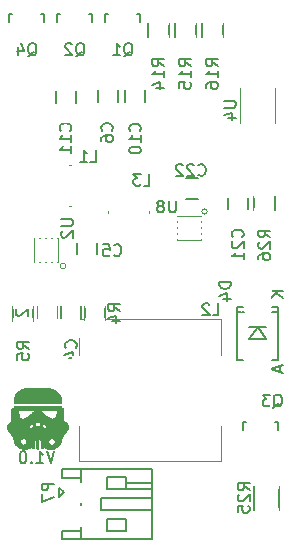
<source format=gbo>
G04 #@! TF.FileFunction,Legend,Bot*
%FSLAX46Y46*%
G04 Gerber Fmt 4.6, Leading zero omitted, Abs format (unit mm)*
G04 Created by KiCad (PCBNEW 4.0.4-stable) date 01/25/17 01:32:59*
%MOMM*%
%LPD*%
G01*
G04 APERTURE LIST*
%ADD10C,0.100000*%
%ADD11C,0.150000*%
%ADD12C,0.010000*%
%ADD13C,0.120000*%
%ADD14R,1.740000X1.040000*%
%ADD15R,0.390000X0.640000*%
%ADD16R,3.300000X5.800000*%
%ADD17R,1.650000X1.900000*%
%ADD18R,1.900000X1.650000*%
%ADD19R,2.100000X4.000000*%
%ADD20R,4.000000X2.100000*%
%ADD21R,2.127200X2.432000*%
%ADD22O,2.127200X2.432000*%
%ADD23R,2.100000X1.600000*%
%ADD24O,2.100000X1.600000*%
%ADD25R,1.200100X1.200100*%
%ADD26R,1.700000X1.900000*%
%ADD27R,2.100000X2.400000*%
%ADD28R,0.600000X1.100000*%
%ADD29R,2.750000X2.180000*%
%ADD30R,1.040000X1.740000*%
%ADD31R,0.640000X0.390000*%
G04 APERTURE END LIST*
D10*
D11*
X82613309Y-74509381D02*
X82279976Y-75509381D01*
X81946642Y-74509381D01*
X81089499Y-75509381D02*
X81660928Y-75509381D01*
X81375214Y-75509381D02*
X81375214Y-74509381D01*
X81470452Y-74652238D01*
X81565690Y-74747476D01*
X81660928Y-74795095D01*
X80660928Y-75414143D02*
X80613309Y-75461762D01*
X80660928Y-75509381D01*
X80708547Y-75461762D01*
X80660928Y-75414143D01*
X80660928Y-75509381D01*
X79994262Y-74509381D02*
X79899023Y-74509381D01*
X79803785Y-74557000D01*
X79756166Y-74604619D01*
X79708547Y-74699857D01*
X79660928Y-74890333D01*
X79660928Y-75128429D01*
X79708547Y-75318905D01*
X79756166Y-75414143D01*
X79803785Y-75461762D01*
X79899023Y-75509381D01*
X79994262Y-75509381D01*
X80089500Y-75461762D01*
X80137119Y-75414143D01*
X80184738Y-75318905D01*
X80232357Y-75128429D01*
X80232357Y-74890333D01*
X80184738Y-74699857D01*
X80137119Y-74604619D01*
X80089500Y-74557000D01*
X79994262Y-74509381D01*
D10*
X80915000Y-58467500D02*
X82915000Y-58467500D01*
X83566000Y-58813700D02*
G75*
G03X83566000Y-58813700I-228600J0D01*
G01*
X80915000Y-56467500D02*
X80915000Y-58467500D01*
X82915000Y-56467500D02*
X80915000Y-56467500D01*
X82915000Y-58467500D02*
X82915000Y-56467500D01*
X84678000Y-66342000D02*
X84678000Y-63342000D01*
X96678000Y-66342000D02*
X96678000Y-63342000D01*
X84678000Y-75342000D02*
X84678000Y-72342000D01*
X96678000Y-75342000D02*
X96678000Y-72342000D01*
X96678000Y-63342000D02*
X84678000Y-63342000D01*
X84678000Y-75342000D02*
X96678000Y-75342000D01*
D11*
X83173200Y-63238000D02*
X83173200Y-62238000D01*
X84873200Y-62238000D02*
X84873200Y-63238000D01*
X84494000Y-57840500D02*
X84494000Y-56840500D01*
X86194000Y-56840500D02*
X86194000Y-57840500D01*
X86272000Y-44950000D02*
X86272000Y-43950000D01*
X87972000Y-43950000D02*
X87972000Y-44950000D01*
X88558000Y-44950000D02*
X88558000Y-43950000D01*
X90258000Y-43950000D02*
X90258000Y-44950000D01*
X82779500Y-45013500D02*
X82779500Y-44013500D01*
X84479500Y-44013500D02*
X84479500Y-45013500D01*
X99021000Y-53030500D02*
X99021000Y-54030500D01*
X97321000Y-54030500D02*
X97321000Y-53030500D01*
X94734000Y-53110500D02*
X93734000Y-53110500D01*
X93734000Y-51410500D02*
X94734000Y-51410500D01*
X99822000Y-64016420D02*
X99120960Y-64966380D01*
X99120960Y-64966380D02*
X100523040Y-64966380D01*
X100523040Y-64966380D02*
X99822000Y-64016420D01*
X99120960Y-64016420D02*
X100523040Y-64016420D01*
X101221540Y-62265560D02*
X101071680Y-62265560D01*
X98422460Y-62265560D02*
X98572320Y-62265560D01*
X101221540Y-62716860D02*
X101020880Y-62716860D01*
X101170740Y-66766440D02*
X101071680Y-66766440D01*
X98473260Y-62716860D02*
X98623120Y-62716860D01*
X98422460Y-66766440D02*
X98572320Y-66766440D01*
X101572060Y-62716860D02*
X101221540Y-62716860D01*
X98071940Y-62716860D02*
X98422460Y-62716860D01*
X101572060Y-66766440D02*
X101221540Y-66766440D01*
X101572060Y-62265560D02*
X101221540Y-62265560D01*
X98071940Y-62265560D02*
X98422460Y-62265560D01*
X98071940Y-66766440D02*
X98422460Y-66766440D01*
X101572060Y-62265560D02*
X101572060Y-66766440D01*
X98071940Y-62265560D02*
X98071940Y-66766440D01*
D10*
X85697000Y-52070000D02*
G75*
G03X85697000Y-52070000I-1750000J0D01*
G01*
X90650000Y-54292500D02*
G75*
G03X90650000Y-54292500I-1750000J0D01*
G01*
D11*
X90832000Y-78478000D02*
X86582000Y-78478000D01*
X86582000Y-78478000D02*
X86582000Y-79478000D01*
X86582000Y-79478000D02*
X90832000Y-79478000D01*
X84832000Y-77078000D02*
X84832000Y-76728000D01*
X84832000Y-76728000D02*
X83232000Y-76728000D01*
X83232000Y-76728000D02*
X83232000Y-76028000D01*
X83232000Y-76028000D02*
X90832000Y-76028000D01*
X90832000Y-76028000D02*
X90832000Y-81928000D01*
X90832000Y-81928000D02*
X83232000Y-81928000D01*
X83232000Y-81928000D02*
X83232000Y-81228000D01*
X83232000Y-81228000D02*
X84832000Y-81228000D01*
X84832000Y-81228000D02*
X84832000Y-80878000D01*
X83382000Y-77978000D02*
X82982000Y-77578000D01*
X82982000Y-77578000D02*
X82982000Y-78378000D01*
X82982000Y-78378000D02*
X83382000Y-77978000D01*
X84832000Y-76028000D02*
X84832000Y-76728000D01*
X84832000Y-81928000D02*
X84832000Y-81228000D01*
X87082000Y-76678000D02*
X88682000Y-76678000D01*
X88682000Y-76678000D02*
X88682000Y-77678000D01*
X88682000Y-77678000D02*
X87082000Y-77678000D01*
X87082000Y-77678000D02*
X87082000Y-76678000D01*
X87082000Y-81278000D02*
X88682000Y-81278000D01*
X88682000Y-81278000D02*
X88682000Y-80278000D01*
X88682000Y-80278000D02*
X87082000Y-80278000D01*
X87082000Y-80278000D02*
X87082000Y-81278000D01*
X88682000Y-77678000D02*
X90832000Y-77678000D01*
X88682000Y-77178000D02*
X90832000Y-77178000D01*
X84832000Y-78878000D02*
X84832000Y-79078000D01*
X87092840Y-37449760D02*
X87141100Y-37449760D01*
X89891820Y-38150800D02*
X89891820Y-37449760D01*
X89891820Y-37449760D02*
X89642900Y-37449760D01*
X87092840Y-37449760D02*
X86892180Y-37449760D01*
X86892180Y-37449760D02*
X86892180Y-38150800D01*
X83028840Y-37449760D02*
X83077100Y-37449760D01*
X85827820Y-38150800D02*
X85827820Y-37449760D01*
X85827820Y-37449760D02*
X85578900Y-37449760D01*
X83028840Y-37449760D02*
X82828180Y-37449760D01*
X82828180Y-37449760D02*
X82828180Y-38150800D01*
X98776840Y-71993760D02*
X98825100Y-71993760D01*
X101575820Y-72694800D02*
X101575820Y-71993760D01*
X101575820Y-71993760D02*
X101326900Y-71993760D01*
X98776840Y-71993760D02*
X98576180Y-71993760D01*
X98576180Y-71993760D02*
X98576180Y-72694800D01*
X78964840Y-37449760D02*
X79013100Y-37449760D01*
X81763820Y-38150800D02*
X81763820Y-37449760D01*
X81763820Y-37449760D02*
X81514900Y-37449760D01*
X78964840Y-37449760D02*
X78764180Y-37449760D01*
X78764180Y-37449760D02*
X78764180Y-38150800D01*
X86930200Y-63367200D02*
X86930200Y-62167200D01*
X85180200Y-62167200D02*
X85180200Y-63367200D01*
X80834200Y-63439600D02*
X80834200Y-62239600D01*
X79084200Y-62239600D02*
X79084200Y-63439600D01*
X90565000Y-38262000D02*
X90565000Y-39462000D01*
X92315000Y-39462000D02*
X92315000Y-38262000D01*
X92851000Y-38262000D02*
X92851000Y-39462000D01*
X94601000Y-39462000D02*
X94601000Y-38262000D01*
X95137000Y-38262000D02*
X95137000Y-39462000D01*
X96887000Y-39462000D02*
X96887000Y-38262000D01*
X99509000Y-77486000D02*
X99509000Y-79486000D01*
X101659000Y-79486000D02*
X101659000Y-77486000D01*
X99518500Y-52867000D02*
X99518500Y-54067000D01*
X101268500Y-54067000D02*
X101268500Y-52867000D01*
D10*
X98322000Y-43712000D02*
X98322000Y-46712000D01*
X98322000Y-46712000D02*
X101322000Y-46712000D01*
X101322000Y-46712000D02*
X101322000Y-43712000D01*
X101322000Y-43712000D02*
X98322000Y-43712000D01*
D12*
G36*
X79151480Y-70727541D02*
X79151481Y-70817682D01*
X79113380Y-70823936D01*
X79056936Y-70842742D01*
X79011738Y-70878120D01*
X78986790Y-70913861D01*
X78981427Y-70924222D01*
X78976947Y-70934680D01*
X78973257Y-70947089D01*
X78970267Y-70963299D01*
X78967884Y-70985164D01*
X78966015Y-71014533D01*
X78964570Y-71053260D01*
X78963455Y-71103197D01*
X78962578Y-71166194D01*
X78961849Y-71244105D01*
X78961174Y-71338780D01*
X78960522Y-71442228D01*
X78957523Y-71927017D01*
X78896661Y-71959456D01*
X78814334Y-72014217D01*
X78741219Y-72084361D01*
X78680575Y-72165950D01*
X78635663Y-72255042D01*
X78623540Y-72289586D01*
X78605707Y-72358612D01*
X78596401Y-72425243D01*
X78596295Y-72491168D01*
X78606061Y-72558079D01*
X78626371Y-72627665D01*
X78657899Y-72701617D01*
X78701317Y-72781625D01*
X78757297Y-72869378D01*
X78826511Y-72966569D01*
X78909634Y-73074885D01*
X78962170Y-73140615D01*
X79005270Y-73194467D01*
X79044737Y-73244818D01*
X79078502Y-73288944D01*
X79104497Y-73324124D01*
X79120652Y-73347634D01*
X79124304Y-73353975D01*
X79131614Y-73377149D01*
X79139365Y-73414806D01*
X79146492Y-73461165D01*
X79150715Y-73497440D01*
X79156972Y-73550857D01*
X79164764Y-73604068D01*
X79172900Y-73649412D01*
X79177580Y-73670160D01*
X79197612Y-73730862D01*
X79227522Y-73800227D01*
X79263858Y-73871579D01*
X79303174Y-73938240D01*
X79342019Y-73993532D01*
X79349131Y-74002284D01*
X79435203Y-74089735D01*
X79534087Y-74163283D01*
X79643464Y-74222587D01*
X79761015Y-74267305D01*
X79884419Y-74297096D01*
X80011357Y-74311619D01*
X80139509Y-74310533D01*
X80266556Y-74293495D01*
X80390177Y-74260165D01*
X80508054Y-74210201D01*
X80561180Y-74180652D01*
X80614520Y-74148466D01*
X80614577Y-73858513D01*
X80614966Y-73775377D01*
X80616045Y-73700130D01*
X80616824Y-73670160D01*
X80243329Y-73670160D01*
X80238995Y-73732724D01*
X80224367Y-73784789D01*
X80197000Y-73830844D01*
X80154453Y-73875378D01*
X80113574Y-73908624D01*
X80072429Y-73929273D01*
X80019356Y-73940982D01*
X79960873Y-73943337D01*
X79903497Y-73935922D01*
X79866669Y-73924358D01*
X79823257Y-73898455D01*
X79779845Y-73859523D01*
X79742610Y-73813891D01*
X79720381Y-73774448D01*
X79702166Y-73707540D01*
X79702331Y-73638371D01*
X79719943Y-73571001D01*
X79754067Y-73509488D01*
X79790598Y-73469037D01*
X79842773Y-73429907D01*
X79896873Y-73407455D01*
X79959816Y-73399038D01*
X79974440Y-73398806D01*
X80040051Y-73404672D01*
X80095400Y-73424031D01*
X80147406Y-73459527D01*
X80158283Y-73469037D01*
X80199635Y-73512606D01*
X80225905Y-73557431D01*
X80239622Y-73609492D01*
X80243329Y-73670160D01*
X80616824Y-73670160D01*
X80617730Y-73635336D01*
X80619940Y-73583559D01*
X80622592Y-73547362D01*
X80625128Y-73530775D01*
X80649973Y-73476387D01*
X80689342Y-73434839D01*
X80740602Y-73408077D01*
X80801124Y-73398044D01*
X80804630Y-73398017D01*
X80859738Y-73406733D01*
X80908315Y-73430973D01*
X80945487Y-73467872D01*
X80957103Y-73487649D01*
X80972196Y-73514126D01*
X80982775Y-73520791D01*
X80988838Y-73507644D01*
X80990440Y-73481195D01*
X80999431Y-73424715D01*
X81024128Y-73376903D01*
X81061120Y-73339577D01*
X81106996Y-73314553D01*
X81158344Y-73303649D01*
X81211754Y-73308679D01*
X81263813Y-73331462D01*
X81267302Y-73333758D01*
X81311868Y-73375625D01*
X81341523Y-73429556D01*
X81352244Y-73473276D01*
X81358822Y-73522864D01*
X81384574Y-73483148D01*
X81424329Y-73438302D01*
X81472829Y-73409426D01*
X81526286Y-73397146D01*
X81580915Y-73402090D01*
X81632928Y-73424886D01*
X81651824Y-73438866D01*
X81670495Y-73455458D01*
X81685502Y-73472069D01*
X81697246Y-73491050D01*
X81706127Y-73514751D01*
X81712547Y-73545521D01*
X81716907Y-73585711D01*
X81719606Y-73637670D01*
X81721047Y-73703748D01*
X81721630Y-73786295D01*
X81721737Y-73848688D01*
X81721960Y-74149136D01*
X81795620Y-74190696D01*
X81920116Y-74249404D01*
X82051641Y-74289337D01*
X82188900Y-74310253D01*
X82330595Y-74311914D01*
X82410304Y-74304487D01*
X82543936Y-74277815D01*
X82669273Y-74234171D01*
X82784732Y-74174574D01*
X82888733Y-74100045D01*
X82979695Y-74011605D01*
X83056037Y-73910275D01*
X83078216Y-73873360D01*
X83115008Y-73796350D01*
X83146989Y-73706583D01*
X83147865Y-73703277D01*
X82634298Y-73703277D01*
X82627137Y-73749966D01*
X82626228Y-73752975D01*
X82595651Y-73818509D01*
X82551039Y-73871740D01*
X82495448Y-73911353D01*
X82431934Y-73936035D01*
X82363553Y-73944473D01*
X82293362Y-73935352D01*
X82243802Y-73917355D01*
X82190384Y-73881857D01*
X82144966Y-73831763D01*
X82110810Y-73772236D01*
X82091175Y-73708440D01*
X82087720Y-73670160D01*
X82096027Y-73611143D01*
X82118728Y-73550661D01*
X82152495Y-73497188D01*
X82158411Y-73490179D01*
X82211887Y-73443367D01*
X82272902Y-73413107D01*
X82338178Y-73398970D01*
X82404440Y-73400530D01*
X82468413Y-73417359D01*
X82526819Y-73449031D01*
X82576384Y-73495117D01*
X82611041Y-73549221D01*
X82625564Y-73593701D01*
X82633545Y-73648121D01*
X82634298Y-73703277D01*
X83147865Y-73703277D01*
X83172267Y-73611221D01*
X83188952Y-73517424D01*
X83195156Y-73432354D01*
X83195161Y-73430260D01*
X83196690Y-73407437D01*
X83202244Y-73384420D01*
X83213269Y-73358879D01*
X83231211Y-73328484D01*
X83257517Y-73290905D01*
X83293633Y-73243812D01*
X83341007Y-73184875D01*
X83367918Y-73152000D01*
X83462786Y-73033262D01*
X83542563Y-72926022D01*
X83607951Y-72828986D01*
X83659649Y-72740860D01*
X83698358Y-72660351D01*
X83713567Y-72617643D01*
X82454164Y-72617643D01*
X82452292Y-72630552D01*
X82442915Y-72644488D01*
X82434400Y-72650123D01*
X82417807Y-72654189D01*
X82390395Y-72656906D01*
X82349426Y-72658494D01*
X82292159Y-72659172D01*
X82259196Y-72659240D01*
X82087720Y-72659240D01*
X82087720Y-72567800D01*
X82088503Y-72527638D01*
X82090598Y-72496631D01*
X82093630Y-72479261D01*
X82095340Y-72477087D01*
X82107000Y-72480397D01*
X82134694Y-72489141D01*
X82175195Y-72502273D01*
X82225279Y-72518750D01*
X82275680Y-72535507D01*
X82342765Y-72558412D01*
X82392253Y-72576839D01*
X82426047Y-72592027D01*
X82446050Y-72605215D01*
X82454164Y-72617643D01*
X83713567Y-72617643D01*
X83724777Y-72586167D01*
X83739607Y-72517015D01*
X83742811Y-72469996D01*
X81904840Y-72469996D01*
X81904840Y-72598552D01*
X81871820Y-72584218D01*
X81851458Y-72574951D01*
X81816784Y-72558719D01*
X81771777Y-72537404D01*
X81720419Y-72512886D01*
X81688940Y-72497772D01*
X81539080Y-72425661D01*
X81539080Y-72268130D01*
X81539478Y-72205146D01*
X81540797Y-72160184D01*
X81543223Y-72130962D01*
X81546945Y-72115196D01*
X81551993Y-72110600D01*
X81571820Y-72116570D01*
X81604867Y-72133283D01*
X81648367Y-72158944D01*
X81699549Y-72191757D01*
X81755644Y-72229928D01*
X81813884Y-72271659D01*
X81871499Y-72315156D01*
X81890619Y-72330160D01*
X81896930Y-72340382D01*
X81901196Y-72361180D01*
X81903709Y-72395429D01*
X81904762Y-72446007D01*
X81904840Y-72469996D01*
X83742811Y-72469996D01*
X83743624Y-72458079D01*
X83737694Y-72389964D01*
X83721854Y-72314755D01*
X83698344Y-72241647D01*
X83681208Y-72202040D01*
X83647378Y-72146864D01*
X83600133Y-72088876D01*
X83561303Y-72050027D01*
X81356200Y-72050027D01*
X81356200Y-72364840D01*
X81313020Y-72357100D01*
X81283146Y-72353612D01*
X81240427Y-72350941D01*
X81192335Y-72349499D01*
X81173320Y-72349360D01*
X81125170Y-72350195D01*
X81079412Y-72352426D01*
X81043518Y-72355637D01*
X81033620Y-72357100D01*
X80990440Y-72364840D01*
X80990440Y-72270620D01*
X80796906Y-72270620D01*
X80796412Y-72430640D01*
X80621646Y-72514434D01*
X80566741Y-72540577D01*
X80518101Y-72563392D01*
X80478691Y-72581516D01*
X80451477Y-72593587D01*
X80439424Y-72598240D01*
X80439260Y-72598254D01*
X80436369Y-72588747D01*
X80434344Y-72566712D01*
X80248760Y-72566712D01*
X80248760Y-72659240D01*
X80077285Y-72659240D01*
X80011503Y-72658909D01*
X79963293Y-72657772D01*
X79929916Y-72655608D01*
X79908630Y-72652197D01*
X79896697Y-72647319D01*
X79893565Y-72644487D01*
X79886339Y-72623412D01*
X79887889Y-72609044D01*
X79894304Y-72599881D01*
X79909412Y-72589931D01*
X79935689Y-72578139D01*
X79975610Y-72563446D01*
X80031653Y-72544797D01*
X80058908Y-72536066D01*
X80114067Y-72518486D01*
X80162890Y-72502844D01*
X80201897Y-72490262D01*
X80227609Y-72481860D01*
X80236060Y-72478983D01*
X80242371Y-72481823D01*
X80246338Y-72497804D01*
X80248334Y-72529492D01*
X80248760Y-72566712D01*
X80434344Y-72566712D01*
X80433982Y-72562775D01*
X80432330Y-72524189D01*
X80431647Y-72476842D01*
X80431640Y-72471717D01*
X80431640Y-72345155D01*
X80500220Y-72290447D01*
X80538781Y-72260395D01*
X80577992Y-72230987D01*
X80610304Y-72207867D01*
X80614520Y-72205000D01*
X80641058Y-72188403D01*
X80675223Y-72168710D01*
X80712150Y-72148510D01*
X80746972Y-72130391D01*
X80774823Y-72116940D01*
X80790839Y-72110745D01*
X80792031Y-72110600D01*
X80793828Y-72120188D01*
X80795306Y-72146668D01*
X80796361Y-72186612D01*
X80796888Y-72236594D01*
X80796906Y-72270620D01*
X80990440Y-72270620D01*
X80990440Y-72206921D01*
X80990654Y-72146456D01*
X80991515Y-72103248D01*
X80993352Y-72074238D01*
X80996494Y-72056364D01*
X81001271Y-72046567D01*
X81008013Y-72041787D01*
X81008220Y-72041701D01*
X81026117Y-72038631D01*
X81059582Y-72036427D01*
X81103882Y-72035082D01*
X81154286Y-72034586D01*
X81206060Y-72034933D01*
X81254471Y-72036116D01*
X81294787Y-72038126D01*
X81322275Y-72040956D01*
X81328260Y-72042213D01*
X81356200Y-72050027D01*
X83561303Y-72050027D01*
X83544680Y-72033396D01*
X83486224Y-71985743D01*
X83441661Y-71957302D01*
X83378282Y-71922640D01*
X83378104Y-71455280D01*
X83377789Y-71323060D01*
X83376953Y-71210298D01*
X83375599Y-71117148D01*
X83373732Y-71043764D01*
X83371926Y-71003160D01*
X82822349Y-71003160D01*
X82815883Y-71117460D01*
X82804890Y-71228909D01*
X82785375Y-71334662D01*
X82758267Y-71432456D01*
X82724492Y-71520031D01*
X82684977Y-71595125D01*
X82640649Y-71655477D01*
X82592437Y-71698825D01*
X82572611Y-71710722D01*
X82512485Y-71730927D01*
X82441726Y-71735783D01*
X82363003Y-71725304D01*
X82306160Y-71709383D01*
X82230000Y-71678129D01*
X82142556Y-71632308D01*
X82045423Y-71573069D01*
X81940196Y-71501562D01*
X81828471Y-71418937D01*
X81711843Y-71326345D01*
X81591907Y-71224935D01*
X81470258Y-71115856D01*
X81427320Y-71075844D01*
X81351120Y-71004122D01*
X82086735Y-71003641D01*
X82822349Y-71003160D01*
X80983823Y-71003160D01*
X80959192Y-71029938D01*
X80924368Y-71065273D01*
X80876370Y-71110356D01*
X80818199Y-71162639D01*
X80752857Y-71219573D01*
X80683347Y-71278611D01*
X80612670Y-71337204D01*
X80543829Y-71392802D01*
X80479826Y-71442859D01*
X80423662Y-71484825D01*
X80421480Y-71486401D01*
X80299625Y-71569701D01*
X80188502Y-71636045D01*
X80087796Y-71685528D01*
X79997194Y-71718250D01*
X79916380Y-71734308D01*
X79845039Y-71733799D01*
X79782858Y-71716821D01*
X79745971Y-71696146D01*
X79693011Y-71647832D01*
X79645637Y-71581689D01*
X79604573Y-71499619D01*
X79570542Y-71403524D01*
X79544269Y-71295304D01*
X79526477Y-71176861D01*
X79520261Y-71103131D01*
X79514171Y-71003160D01*
X80983823Y-71003160D01*
X82822349Y-71003160D01*
X83371926Y-71003160D01*
X83371354Y-70990301D01*
X83368469Y-70956914D01*
X83366700Y-70947280D01*
X83346090Y-70904193D01*
X83312243Y-70865692D01*
X83271051Y-70837283D01*
X83236422Y-70825464D01*
X83195160Y-70818493D01*
X83195160Y-70637400D01*
X79151480Y-70637400D01*
X79151480Y-70727541D01*
X79151480Y-70727541D01*
G37*
X79151480Y-70727541D02*
X79151481Y-70817682D01*
X79113380Y-70823936D01*
X79056936Y-70842742D01*
X79011738Y-70878120D01*
X78986790Y-70913861D01*
X78981427Y-70924222D01*
X78976947Y-70934680D01*
X78973257Y-70947089D01*
X78970267Y-70963299D01*
X78967884Y-70985164D01*
X78966015Y-71014533D01*
X78964570Y-71053260D01*
X78963455Y-71103197D01*
X78962578Y-71166194D01*
X78961849Y-71244105D01*
X78961174Y-71338780D01*
X78960522Y-71442228D01*
X78957523Y-71927017D01*
X78896661Y-71959456D01*
X78814334Y-72014217D01*
X78741219Y-72084361D01*
X78680575Y-72165950D01*
X78635663Y-72255042D01*
X78623540Y-72289586D01*
X78605707Y-72358612D01*
X78596401Y-72425243D01*
X78596295Y-72491168D01*
X78606061Y-72558079D01*
X78626371Y-72627665D01*
X78657899Y-72701617D01*
X78701317Y-72781625D01*
X78757297Y-72869378D01*
X78826511Y-72966569D01*
X78909634Y-73074885D01*
X78962170Y-73140615D01*
X79005270Y-73194467D01*
X79044737Y-73244818D01*
X79078502Y-73288944D01*
X79104497Y-73324124D01*
X79120652Y-73347634D01*
X79124304Y-73353975D01*
X79131614Y-73377149D01*
X79139365Y-73414806D01*
X79146492Y-73461165D01*
X79150715Y-73497440D01*
X79156972Y-73550857D01*
X79164764Y-73604068D01*
X79172900Y-73649412D01*
X79177580Y-73670160D01*
X79197612Y-73730862D01*
X79227522Y-73800227D01*
X79263858Y-73871579D01*
X79303174Y-73938240D01*
X79342019Y-73993532D01*
X79349131Y-74002284D01*
X79435203Y-74089735D01*
X79534087Y-74163283D01*
X79643464Y-74222587D01*
X79761015Y-74267305D01*
X79884419Y-74297096D01*
X80011357Y-74311619D01*
X80139509Y-74310533D01*
X80266556Y-74293495D01*
X80390177Y-74260165D01*
X80508054Y-74210201D01*
X80561180Y-74180652D01*
X80614520Y-74148466D01*
X80614577Y-73858513D01*
X80614966Y-73775377D01*
X80616045Y-73700130D01*
X80616824Y-73670160D01*
X80243329Y-73670160D01*
X80238995Y-73732724D01*
X80224367Y-73784789D01*
X80197000Y-73830844D01*
X80154453Y-73875378D01*
X80113574Y-73908624D01*
X80072429Y-73929273D01*
X80019356Y-73940982D01*
X79960873Y-73943337D01*
X79903497Y-73935922D01*
X79866669Y-73924358D01*
X79823257Y-73898455D01*
X79779845Y-73859523D01*
X79742610Y-73813891D01*
X79720381Y-73774448D01*
X79702166Y-73707540D01*
X79702331Y-73638371D01*
X79719943Y-73571001D01*
X79754067Y-73509488D01*
X79790598Y-73469037D01*
X79842773Y-73429907D01*
X79896873Y-73407455D01*
X79959816Y-73399038D01*
X79974440Y-73398806D01*
X80040051Y-73404672D01*
X80095400Y-73424031D01*
X80147406Y-73459527D01*
X80158283Y-73469037D01*
X80199635Y-73512606D01*
X80225905Y-73557431D01*
X80239622Y-73609492D01*
X80243329Y-73670160D01*
X80616824Y-73670160D01*
X80617730Y-73635336D01*
X80619940Y-73583559D01*
X80622592Y-73547362D01*
X80625128Y-73530775D01*
X80649973Y-73476387D01*
X80689342Y-73434839D01*
X80740602Y-73408077D01*
X80801124Y-73398044D01*
X80804630Y-73398017D01*
X80859738Y-73406733D01*
X80908315Y-73430973D01*
X80945487Y-73467872D01*
X80957103Y-73487649D01*
X80972196Y-73514126D01*
X80982775Y-73520791D01*
X80988838Y-73507644D01*
X80990440Y-73481195D01*
X80999431Y-73424715D01*
X81024128Y-73376903D01*
X81061120Y-73339577D01*
X81106996Y-73314553D01*
X81158344Y-73303649D01*
X81211754Y-73308679D01*
X81263813Y-73331462D01*
X81267302Y-73333758D01*
X81311868Y-73375625D01*
X81341523Y-73429556D01*
X81352244Y-73473276D01*
X81358822Y-73522864D01*
X81384574Y-73483148D01*
X81424329Y-73438302D01*
X81472829Y-73409426D01*
X81526286Y-73397146D01*
X81580915Y-73402090D01*
X81632928Y-73424886D01*
X81651824Y-73438866D01*
X81670495Y-73455458D01*
X81685502Y-73472069D01*
X81697246Y-73491050D01*
X81706127Y-73514751D01*
X81712547Y-73545521D01*
X81716907Y-73585711D01*
X81719606Y-73637670D01*
X81721047Y-73703748D01*
X81721630Y-73786295D01*
X81721737Y-73848688D01*
X81721960Y-74149136D01*
X81795620Y-74190696D01*
X81920116Y-74249404D01*
X82051641Y-74289337D01*
X82188900Y-74310253D01*
X82330595Y-74311914D01*
X82410304Y-74304487D01*
X82543936Y-74277815D01*
X82669273Y-74234171D01*
X82784732Y-74174574D01*
X82888733Y-74100045D01*
X82979695Y-74011605D01*
X83056037Y-73910275D01*
X83078216Y-73873360D01*
X83115008Y-73796350D01*
X83146989Y-73706583D01*
X83147865Y-73703277D01*
X82634298Y-73703277D01*
X82627137Y-73749966D01*
X82626228Y-73752975D01*
X82595651Y-73818509D01*
X82551039Y-73871740D01*
X82495448Y-73911353D01*
X82431934Y-73936035D01*
X82363553Y-73944473D01*
X82293362Y-73935352D01*
X82243802Y-73917355D01*
X82190384Y-73881857D01*
X82144966Y-73831763D01*
X82110810Y-73772236D01*
X82091175Y-73708440D01*
X82087720Y-73670160D01*
X82096027Y-73611143D01*
X82118728Y-73550661D01*
X82152495Y-73497188D01*
X82158411Y-73490179D01*
X82211887Y-73443367D01*
X82272902Y-73413107D01*
X82338178Y-73398970D01*
X82404440Y-73400530D01*
X82468413Y-73417359D01*
X82526819Y-73449031D01*
X82576384Y-73495117D01*
X82611041Y-73549221D01*
X82625564Y-73593701D01*
X82633545Y-73648121D01*
X82634298Y-73703277D01*
X83147865Y-73703277D01*
X83172267Y-73611221D01*
X83188952Y-73517424D01*
X83195156Y-73432354D01*
X83195161Y-73430260D01*
X83196690Y-73407437D01*
X83202244Y-73384420D01*
X83213269Y-73358879D01*
X83231211Y-73328484D01*
X83257517Y-73290905D01*
X83293633Y-73243812D01*
X83341007Y-73184875D01*
X83367918Y-73152000D01*
X83462786Y-73033262D01*
X83542563Y-72926022D01*
X83607951Y-72828986D01*
X83659649Y-72740860D01*
X83698358Y-72660351D01*
X83713567Y-72617643D01*
X82454164Y-72617643D01*
X82452292Y-72630552D01*
X82442915Y-72644488D01*
X82434400Y-72650123D01*
X82417807Y-72654189D01*
X82390395Y-72656906D01*
X82349426Y-72658494D01*
X82292159Y-72659172D01*
X82259196Y-72659240D01*
X82087720Y-72659240D01*
X82087720Y-72567800D01*
X82088503Y-72527638D01*
X82090598Y-72496631D01*
X82093630Y-72479261D01*
X82095340Y-72477087D01*
X82107000Y-72480397D01*
X82134694Y-72489141D01*
X82175195Y-72502273D01*
X82225279Y-72518750D01*
X82275680Y-72535507D01*
X82342765Y-72558412D01*
X82392253Y-72576839D01*
X82426047Y-72592027D01*
X82446050Y-72605215D01*
X82454164Y-72617643D01*
X83713567Y-72617643D01*
X83724777Y-72586167D01*
X83739607Y-72517015D01*
X83742811Y-72469996D01*
X81904840Y-72469996D01*
X81904840Y-72598552D01*
X81871820Y-72584218D01*
X81851458Y-72574951D01*
X81816784Y-72558719D01*
X81771777Y-72537404D01*
X81720419Y-72512886D01*
X81688940Y-72497772D01*
X81539080Y-72425661D01*
X81539080Y-72268130D01*
X81539478Y-72205146D01*
X81540797Y-72160184D01*
X81543223Y-72130962D01*
X81546945Y-72115196D01*
X81551993Y-72110600D01*
X81571820Y-72116570D01*
X81604867Y-72133283D01*
X81648367Y-72158944D01*
X81699549Y-72191757D01*
X81755644Y-72229928D01*
X81813884Y-72271659D01*
X81871499Y-72315156D01*
X81890619Y-72330160D01*
X81896930Y-72340382D01*
X81901196Y-72361180D01*
X81903709Y-72395429D01*
X81904762Y-72446007D01*
X81904840Y-72469996D01*
X83742811Y-72469996D01*
X83743624Y-72458079D01*
X83737694Y-72389964D01*
X83721854Y-72314755D01*
X83698344Y-72241647D01*
X83681208Y-72202040D01*
X83647378Y-72146864D01*
X83600133Y-72088876D01*
X83561303Y-72050027D01*
X81356200Y-72050027D01*
X81356200Y-72364840D01*
X81313020Y-72357100D01*
X81283146Y-72353612D01*
X81240427Y-72350941D01*
X81192335Y-72349499D01*
X81173320Y-72349360D01*
X81125170Y-72350195D01*
X81079412Y-72352426D01*
X81043518Y-72355637D01*
X81033620Y-72357100D01*
X80990440Y-72364840D01*
X80990440Y-72270620D01*
X80796906Y-72270620D01*
X80796412Y-72430640D01*
X80621646Y-72514434D01*
X80566741Y-72540577D01*
X80518101Y-72563392D01*
X80478691Y-72581516D01*
X80451477Y-72593587D01*
X80439424Y-72598240D01*
X80439260Y-72598254D01*
X80436369Y-72588747D01*
X80434344Y-72566712D01*
X80248760Y-72566712D01*
X80248760Y-72659240D01*
X80077285Y-72659240D01*
X80011503Y-72658909D01*
X79963293Y-72657772D01*
X79929916Y-72655608D01*
X79908630Y-72652197D01*
X79896697Y-72647319D01*
X79893565Y-72644487D01*
X79886339Y-72623412D01*
X79887889Y-72609044D01*
X79894304Y-72599881D01*
X79909412Y-72589931D01*
X79935689Y-72578139D01*
X79975610Y-72563446D01*
X80031653Y-72544797D01*
X80058908Y-72536066D01*
X80114067Y-72518486D01*
X80162890Y-72502844D01*
X80201897Y-72490262D01*
X80227609Y-72481860D01*
X80236060Y-72478983D01*
X80242371Y-72481823D01*
X80246338Y-72497804D01*
X80248334Y-72529492D01*
X80248760Y-72566712D01*
X80434344Y-72566712D01*
X80433982Y-72562775D01*
X80432330Y-72524189D01*
X80431647Y-72476842D01*
X80431640Y-72471717D01*
X80431640Y-72345155D01*
X80500220Y-72290447D01*
X80538781Y-72260395D01*
X80577992Y-72230987D01*
X80610304Y-72207867D01*
X80614520Y-72205000D01*
X80641058Y-72188403D01*
X80675223Y-72168710D01*
X80712150Y-72148510D01*
X80746972Y-72130391D01*
X80774823Y-72116940D01*
X80790839Y-72110745D01*
X80792031Y-72110600D01*
X80793828Y-72120188D01*
X80795306Y-72146668D01*
X80796361Y-72186612D01*
X80796888Y-72236594D01*
X80796906Y-72270620D01*
X80990440Y-72270620D01*
X80990440Y-72206921D01*
X80990654Y-72146456D01*
X80991515Y-72103248D01*
X80993352Y-72074238D01*
X80996494Y-72056364D01*
X81001271Y-72046567D01*
X81008013Y-72041787D01*
X81008220Y-72041701D01*
X81026117Y-72038631D01*
X81059582Y-72036427D01*
X81103882Y-72035082D01*
X81154286Y-72034586D01*
X81206060Y-72034933D01*
X81254471Y-72036116D01*
X81294787Y-72038126D01*
X81322275Y-72040956D01*
X81328260Y-72042213D01*
X81356200Y-72050027D01*
X83561303Y-72050027D01*
X83544680Y-72033396D01*
X83486224Y-71985743D01*
X83441661Y-71957302D01*
X83378282Y-71922640D01*
X83378104Y-71455280D01*
X83377789Y-71323060D01*
X83376953Y-71210298D01*
X83375599Y-71117148D01*
X83373732Y-71043764D01*
X83371926Y-71003160D01*
X82822349Y-71003160D01*
X82815883Y-71117460D01*
X82804890Y-71228909D01*
X82785375Y-71334662D01*
X82758267Y-71432456D01*
X82724492Y-71520031D01*
X82684977Y-71595125D01*
X82640649Y-71655477D01*
X82592437Y-71698825D01*
X82572611Y-71710722D01*
X82512485Y-71730927D01*
X82441726Y-71735783D01*
X82363003Y-71725304D01*
X82306160Y-71709383D01*
X82230000Y-71678129D01*
X82142556Y-71632308D01*
X82045423Y-71573069D01*
X81940196Y-71501562D01*
X81828471Y-71418937D01*
X81711843Y-71326345D01*
X81591907Y-71224935D01*
X81470258Y-71115856D01*
X81427320Y-71075844D01*
X81351120Y-71004122D01*
X82086735Y-71003641D01*
X82822349Y-71003160D01*
X80983823Y-71003160D01*
X80959192Y-71029938D01*
X80924368Y-71065273D01*
X80876370Y-71110356D01*
X80818199Y-71162639D01*
X80752857Y-71219573D01*
X80683347Y-71278611D01*
X80612670Y-71337204D01*
X80543829Y-71392802D01*
X80479826Y-71442859D01*
X80423662Y-71484825D01*
X80421480Y-71486401D01*
X80299625Y-71569701D01*
X80188502Y-71636045D01*
X80087796Y-71685528D01*
X79997194Y-71718250D01*
X79916380Y-71734308D01*
X79845039Y-71733799D01*
X79782858Y-71716821D01*
X79745971Y-71696146D01*
X79693011Y-71647832D01*
X79645637Y-71581689D01*
X79604573Y-71499619D01*
X79570542Y-71403524D01*
X79544269Y-71295304D01*
X79526477Y-71176861D01*
X79520261Y-71103131D01*
X79514171Y-71003160D01*
X80983823Y-71003160D01*
X82822349Y-71003160D01*
X83371926Y-71003160D01*
X83371354Y-70990301D01*
X83368469Y-70956914D01*
X83366700Y-70947280D01*
X83346090Y-70904193D01*
X83312243Y-70865692D01*
X83271051Y-70837283D01*
X83236422Y-70825464D01*
X83195160Y-70818493D01*
X83195160Y-70637400D01*
X79151480Y-70637400D01*
X79151480Y-70727541D01*
G36*
X81120645Y-73410645D02*
X81107558Y-73420979D01*
X81081880Y-73445102D01*
X81081880Y-74262713D01*
X81113140Y-74289016D01*
X81148165Y-74310339D01*
X81182739Y-74312589D01*
X81215098Y-74300083D01*
X81227423Y-74292672D01*
X81237550Y-74283824D01*
X81245678Y-74271623D01*
X81252004Y-74254155D01*
X81256727Y-74229503D01*
X81260043Y-74195751D01*
X81262150Y-74150985D01*
X81263247Y-74093288D01*
X81263531Y-74020746D01*
X81263199Y-73931442D01*
X81262576Y-73840138D01*
X81259680Y-73452161D01*
X81232018Y-73424508D01*
X81196717Y-73401653D01*
X81157943Y-73396985D01*
X81120645Y-73410645D01*
X81120645Y-73410645D01*
G37*
X81120645Y-73410645D02*
X81107558Y-73420979D01*
X81081880Y-73445102D01*
X81081880Y-74262713D01*
X81113140Y-74289016D01*
X81148165Y-74310339D01*
X81182739Y-74312589D01*
X81215098Y-74300083D01*
X81227423Y-74292672D01*
X81237550Y-74283824D01*
X81245678Y-74271623D01*
X81252004Y-74254155D01*
X81256727Y-74229503D01*
X81260043Y-74195751D01*
X81262150Y-74150985D01*
X81263247Y-74093288D01*
X81263531Y-74020746D01*
X81263199Y-73931442D01*
X81262576Y-73840138D01*
X81259680Y-73452161D01*
X81232018Y-73424508D01*
X81196717Y-73401653D01*
X81157943Y-73396985D01*
X81120645Y-73410645D01*
G36*
X81496123Y-73499408D02*
X81466974Y-73519803D01*
X81458618Y-73531471D01*
X81455007Y-73548932D01*
X81452093Y-73586197D01*
X81449896Y-73642761D01*
X81448430Y-73718121D01*
X81447714Y-73811771D01*
X81447640Y-73858233D01*
X81447640Y-74164483D01*
X81477339Y-74194181D01*
X81511096Y-74218025D01*
X81546603Y-74222089D01*
X81579520Y-74210829D01*
X81593465Y-74202835D01*
X81604594Y-74193014D01*
X81613226Y-74179145D01*
X81619676Y-74159004D01*
X81624265Y-74130370D01*
X81627308Y-74091021D01*
X81629124Y-74038735D01*
X81630030Y-73971289D01*
X81630343Y-73886462D01*
X81630371Y-73855075D01*
X81630258Y-73762785D01*
X81629572Y-73688656D01*
X81627946Y-73630529D01*
X81625013Y-73586248D01*
X81620407Y-73553653D01*
X81613761Y-73530587D01*
X81604709Y-73514892D01*
X81592885Y-73504409D01*
X81577921Y-73496981D01*
X81569002Y-73493687D01*
X81532818Y-73489783D01*
X81496123Y-73499408D01*
X81496123Y-73499408D01*
G37*
X81496123Y-73499408D02*
X81466974Y-73519803D01*
X81458618Y-73531471D01*
X81455007Y-73548932D01*
X81452093Y-73586197D01*
X81449896Y-73642761D01*
X81448430Y-73718121D01*
X81447714Y-73811771D01*
X81447640Y-73858233D01*
X81447640Y-74164483D01*
X81477339Y-74194181D01*
X81511096Y-74218025D01*
X81546603Y-74222089D01*
X81579520Y-74210829D01*
X81593465Y-74202835D01*
X81604594Y-74193014D01*
X81613226Y-74179145D01*
X81619676Y-74159004D01*
X81624265Y-74130370D01*
X81627308Y-74091021D01*
X81629124Y-74038735D01*
X81630030Y-73971289D01*
X81630343Y-73886462D01*
X81630371Y-73855075D01*
X81630258Y-73762785D01*
X81629572Y-73688656D01*
X81627946Y-73630529D01*
X81625013Y-73586248D01*
X81620407Y-73553653D01*
X81613761Y-73530587D01*
X81604709Y-73514892D01*
X81592885Y-73504409D01*
X81577921Y-73496981D01*
X81569002Y-73493687D01*
X81532818Y-73489783D01*
X81496123Y-73499408D01*
G36*
X80752855Y-73504691D02*
X80737687Y-73516959D01*
X80711040Y-73543590D01*
X80707852Y-73830395D01*
X80707028Y-73925012D01*
X80707059Y-74001456D01*
X80708221Y-74061867D01*
X80710791Y-74108383D01*
X80715045Y-74143142D01*
X80721259Y-74168285D01*
X80729708Y-74185950D01*
X80740668Y-74198276D01*
X80754416Y-74207402D01*
X80756646Y-74208580D01*
X80793443Y-74222043D01*
X80824752Y-74218653D01*
X80857486Y-74197656D01*
X80857581Y-74197576D01*
X80888840Y-74171273D01*
X80888840Y-73536542D01*
X80864244Y-73513435D01*
X80829577Y-73493537D01*
X80790364Y-73490680D01*
X80752855Y-73504691D01*
X80752855Y-73504691D01*
G37*
X80752855Y-73504691D02*
X80737687Y-73516959D01*
X80711040Y-73543590D01*
X80707852Y-73830395D01*
X80707028Y-73925012D01*
X80707059Y-74001456D01*
X80708221Y-74061867D01*
X80710791Y-74108383D01*
X80715045Y-74143142D01*
X80721259Y-74168285D01*
X80729708Y-74185950D01*
X80740668Y-74198276D01*
X80754416Y-74207402D01*
X80756646Y-74208580D01*
X80793443Y-74222043D01*
X80824752Y-74218653D01*
X80857486Y-74197656D01*
X80857581Y-74197576D01*
X80888840Y-74171273D01*
X80888840Y-73536542D01*
X80864244Y-73513435D01*
X80829577Y-73493537D01*
X80790364Y-73490680D01*
X80752855Y-73504691D01*
G36*
X81075109Y-69164038D02*
X80946303Y-69164304D01*
X80820605Y-69164744D01*
X80699819Y-69165357D01*
X80585746Y-69166143D01*
X80480188Y-69167101D01*
X80384947Y-69168229D01*
X80301826Y-69169529D01*
X80232627Y-69170998D01*
X80179152Y-69172636D01*
X80143203Y-69174443D01*
X80131920Y-69175462D01*
X79983470Y-69203647D01*
X79842169Y-69250647D01*
X79709201Y-69315874D01*
X79585748Y-69398742D01*
X79472992Y-69498665D01*
X79465620Y-69506190D01*
X79370546Y-69614483D01*
X79293851Y-69725468D01*
X79234619Y-69841473D01*
X79191930Y-69964830D01*
X79164867Y-70097867D01*
X79152511Y-70242914D01*
X79151480Y-70303242D01*
X79151480Y-70454520D01*
X83195160Y-70454520D01*
X83195160Y-70352519D01*
X83188507Y-70196013D01*
X83168002Y-70052737D01*
X83132831Y-69920336D01*
X83082178Y-69796451D01*
X83015226Y-69678726D01*
X82931160Y-69564803D01*
X82916468Y-69547242D01*
X82828096Y-69457531D01*
X82724168Y-69376506D01*
X82608272Y-69306056D01*
X82484001Y-69248065D01*
X82354945Y-69204422D01*
X82224695Y-69177011D01*
X82207290Y-69174667D01*
X82181746Y-69172791D01*
X82137684Y-69171098D01*
X82076908Y-69169586D01*
X82001219Y-69168256D01*
X81912420Y-69167105D01*
X81812312Y-69166134D01*
X81702698Y-69165342D01*
X81585380Y-69164728D01*
X81462159Y-69164291D01*
X81334840Y-69164031D01*
X81205222Y-69163947D01*
X81075109Y-69164038D01*
X81075109Y-69164038D01*
G37*
X81075109Y-69164038D02*
X80946303Y-69164304D01*
X80820605Y-69164744D01*
X80699819Y-69165357D01*
X80585746Y-69166143D01*
X80480188Y-69167101D01*
X80384947Y-69168229D01*
X80301826Y-69169529D01*
X80232627Y-69170998D01*
X80179152Y-69172636D01*
X80143203Y-69174443D01*
X80131920Y-69175462D01*
X79983470Y-69203647D01*
X79842169Y-69250647D01*
X79709201Y-69315874D01*
X79585748Y-69398742D01*
X79472992Y-69498665D01*
X79465620Y-69506190D01*
X79370546Y-69614483D01*
X79293851Y-69725468D01*
X79234619Y-69841473D01*
X79191930Y-69964830D01*
X79164867Y-70097867D01*
X79152511Y-70242914D01*
X79151480Y-70303242D01*
X79151480Y-70454520D01*
X83195160Y-70454520D01*
X83195160Y-70352519D01*
X83188507Y-70196013D01*
X83168002Y-70052737D01*
X83132831Y-69920336D01*
X83082178Y-69796451D01*
X83015226Y-69678726D01*
X82931160Y-69564803D01*
X82916468Y-69547242D01*
X82828096Y-69457531D01*
X82724168Y-69376506D01*
X82608272Y-69306056D01*
X82484001Y-69248065D01*
X82354945Y-69204422D01*
X82224695Y-69177011D01*
X82207290Y-69174667D01*
X82181746Y-69172791D01*
X82137684Y-69171098D01*
X82076908Y-69169586D01*
X82001219Y-69168256D01*
X81912420Y-69167105D01*
X81812312Y-69166134D01*
X81702698Y-69165342D01*
X81585380Y-69164728D01*
X81462159Y-69164291D01*
X81334840Y-69164031D01*
X81205222Y-69163947D01*
X81075109Y-69164038D01*
D10*
X94980000Y-56626000D02*
X94980000Y-54626000D01*
X95554800Y-54203600D02*
G75*
G03X95554800Y-54203600I-228600J0D01*
G01*
X92980000Y-56626000D02*
X94980000Y-56626000D01*
X92980000Y-54626000D02*
X92980000Y-56626000D01*
X94980000Y-54626000D02*
X92980000Y-54626000D01*
D13*
X81141200Y-63238000D02*
X81141200Y-62238000D01*
X82841200Y-62238000D02*
X82841200Y-63238000D01*
D11*
X83170781Y-54851395D02*
X83980305Y-54851395D01*
X84075543Y-54899014D01*
X84123162Y-54946633D01*
X84170781Y-55041871D01*
X84170781Y-55232348D01*
X84123162Y-55327586D01*
X84075543Y-55375205D01*
X83980305Y-55422824D01*
X83170781Y-55422824D01*
X83266019Y-55851395D02*
X83218400Y-55899014D01*
X83170781Y-55994252D01*
X83170781Y-56232348D01*
X83218400Y-56327586D01*
X83266019Y-56375205D01*
X83361257Y-56422824D01*
X83456495Y-56422824D01*
X83599352Y-56375205D01*
X84170781Y-55803776D01*
X84170781Y-56422824D01*
X96000866Y-62987181D02*
X96477057Y-62987181D01*
X96477057Y-61987181D01*
X95715152Y-62082419D02*
X95667533Y-62034800D01*
X95572295Y-61987181D01*
X95334199Y-61987181D01*
X95238961Y-62034800D01*
X95191342Y-62082419D01*
X95143723Y-62177657D01*
X95143723Y-62272895D01*
X95191342Y-62415752D01*
X95762771Y-62987181D01*
X95143723Y-62987181D01*
X84405743Y-65746334D02*
X84453362Y-65698715D01*
X84500981Y-65555858D01*
X84500981Y-65460620D01*
X84453362Y-65317762D01*
X84358124Y-65222524D01*
X84262886Y-65174905D01*
X84072410Y-65127286D01*
X83929552Y-65127286D01*
X83739076Y-65174905D01*
X83643838Y-65222524D01*
X83548600Y-65317762D01*
X83500981Y-65460620D01*
X83500981Y-65555858D01*
X83548600Y-65698715D01*
X83596219Y-65746334D01*
X83834314Y-66603477D02*
X84500981Y-66603477D01*
X83453362Y-66365381D02*
X84167648Y-66127286D01*
X84167648Y-66746334D01*
X87669666Y-57888143D02*
X87717285Y-57935762D01*
X87860142Y-57983381D01*
X87955380Y-57983381D01*
X88098238Y-57935762D01*
X88193476Y-57840524D01*
X88241095Y-57745286D01*
X88288714Y-57554810D01*
X88288714Y-57411952D01*
X88241095Y-57221476D01*
X88193476Y-57126238D01*
X88098238Y-57031000D01*
X87955380Y-56983381D01*
X87860142Y-56983381D01*
X87717285Y-57031000D01*
X87669666Y-57078619D01*
X86764904Y-56983381D02*
X87241095Y-56983381D01*
X87288714Y-57459571D01*
X87241095Y-57411952D01*
X87145857Y-57364333D01*
X86907761Y-57364333D01*
X86812523Y-57411952D01*
X86764904Y-57459571D01*
X86717285Y-57554810D01*
X86717285Y-57792905D01*
X86764904Y-57888143D01*
X86812523Y-57935762D01*
X86907761Y-57983381D01*
X87145857Y-57983381D01*
X87241095Y-57935762D01*
X87288714Y-57888143D01*
X87479143Y-47356734D02*
X87526762Y-47309115D01*
X87574381Y-47166258D01*
X87574381Y-47071020D01*
X87526762Y-46928162D01*
X87431524Y-46832924D01*
X87336286Y-46785305D01*
X87145810Y-46737686D01*
X87002952Y-46737686D01*
X86812476Y-46785305D01*
X86717238Y-46832924D01*
X86622000Y-46928162D01*
X86574381Y-47071020D01*
X86574381Y-47166258D01*
X86622000Y-47309115D01*
X86669619Y-47356734D01*
X86574381Y-48213877D02*
X86574381Y-48023400D01*
X86622000Y-47928162D01*
X86669619Y-47880543D01*
X86812476Y-47785305D01*
X87002952Y-47737686D01*
X87383905Y-47737686D01*
X87479143Y-47785305D01*
X87526762Y-47832924D01*
X87574381Y-47928162D01*
X87574381Y-48118639D01*
X87526762Y-48213877D01*
X87479143Y-48261496D01*
X87383905Y-48309115D01*
X87145810Y-48309115D01*
X87050571Y-48261496D01*
X87002952Y-48213877D01*
X86955333Y-48118639D01*
X86955333Y-47928162D01*
X87002952Y-47832924D01*
X87050571Y-47785305D01*
X87145810Y-47737686D01*
X89841343Y-47388543D02*
X89888962Y-47340924D01*
X89936581Y-47198067D01*
X89936581Y-47102829D01*
X89888962Y-46959971D01*
X89793724Y-46864733D01*
X89698486Y-46817114D01*
X89508010Y-46769495D01*
X89365152Y-46769495D01*
X89174676Y-46817114D01*
X89079438Y-46864733D01*
X88984200Y-46959971D01*
X88936581Y-47102829D01*
X88936581Y-47198067D01*
X88984200Y-47340924D01*
X89031819Y-47388543D01*
X89936581Y-48340924D02*
X89936581Y-47769495D01*
X89936581Y-48055209D02*
X88936581Y-48055209D01*
X89079438Y-47959971D01*
X89174676Y-47864733D01*
X89222295Y-47769495D01*
X88936581Y-48959971D02*
X88936581Y-49055210D01*
X88984200Y-49150448D01*
X89031819Y-49198067D01*
X89127057Y-49245686D01*
X89317533Y-49293305D01*
X89555629Y-49293305D01*
X89746105Y-49245686D01*
X89841343Y-49198067D01*
X89888962Y-49150448D01*
X89936581Y-49055210D01*
X89936581Y-48959971D01*
X89888962Y-48864733D01*
X89841343Y-48817114D01*
X89746105Y-48769495D01*
X89555629Y-48721876D01*
X89317533Y-48721876D01*
X89127057Y-48769495D01*
X89031819Y-48817114D01*
X88984200Y-48864733D01*
X88936581Y-48959971D01*
X83948543Y-47363143D02*
X83996162Y-47315524D01*
X84043781Y-47172667D01*
X84043781Y-47077429D01*
X83996162Y-46934571D01*
X83900924Y-46839333D01*
X83805686Y-46791714D01*
X83615210Y-46744095D01*
X83472352Y-46744095D01*
X83281876Y-46791714D01*
X83186638Y-46839333D01*
X83091400Y-46934571D01*
X83043781Y-47077429D01*
X83043781Y-47172667D01*
X83091400Y-47315524D01*
X83139019Y-47363143D01*
X84043781Y-48315524D02*
X84043781Y-47744095D01*
X84043781Y-48029809D02*
X83043781Y-48029809D01*
X83186638Y-47934571D01*
X83281876Y-47839333D01*
X83329495Y-47744095D01*
X84043781Y-49267905D02*
X84043781Y-48696476D01*
X84043781Y-48982190D02*
X83043781Y-48982190D01*
X83186638Y-48886952D01*
X83281876Y-48791714D01*
X83329495Y-48696476D01*
X98528143Y-56354743D02*
X98575762Y-56307124D01*
X98623381Y-56164267D01*
X98623381Y-56069029D01*
X98575762Y-55926171D01*
X98480524Y-55830933D01*
X98385286Y-55783314D01*
X98194810Y-55735695D01*
X98051952Y-55735695D01*
X97861476Y-55783314D01*
X97766238Y-55830933D01*
X97671000Y-55926171D01*
X97623381Y-56069029D01*
X97623381Y-56164267D01*
X97671000Y-56307124D01*
X97718619Y-56354743D01*
X97718619Y-56735695D02*
X97671000Y-56783314D01*
X97623381Y-56878552D01*
X97623381Y-57116648D01*
X97671000Y-57211886D01*
X97718619Y-57259505D01*
X97813857Y-57307124D01*
X97909095Y-57307124D01*
X98051952Y-57259505D01*
X98623381Y-56688076D01*
X98623381Y-57307124D01*
X98623381Y-58259505D02*
X98623381Y-57688076D01*
X98623381Y-57973790D02*
X97623381Y-57973790D01*
X97766238Y-57878552D01*
X97861476Y-57783314D01*
X97909095Y-57688076D01*
X94800657Y-51106343D02*
X94848276Y-51153962D01*
X94991133Y-51201581D01*
X95086371Y-51201581D01*
X95229229Y-51153962D01*
X95324467Y-51058724D01*
X95372086Y-50963486D01*
X95419705Y-50773010D01*
X95419705Y-50630152D01*
X95372086Y-50439676D01*
X95324467Y-50344438D01*
X95229229Y-50249200D01*
X95086371Y-50201581D01*
X94991133Y-50201581D01*
X94848276Y-50249200D01*
X94800657Y-50296819D01*
X94419705Y-50296819D02*
X94372086Y-50249200D01*
X94276848Y-50201581D01*
X94038752Y-50201581D01*
X93943514Y-50249200D01*
X93895895Y-50296819D01*
X93848276Y-50392057D01*
X93848276Y-50487295D01*
X93895895Y-50630152D01*
X94467324Y-51201581D01*
X93848276Y-51201581D01*
X93467324Y-50296819D02*
X93419705Y-50249200D01*
X93324467Y-50201581D01*
X93086371Y-50201581D01*
X92991133Y-50249200D01*
X92943514Y-50296819D01*
X92895895Y-50392057D01*
X92895895Y-50487295D01*
X92943514Y-50630152D01*
X93514943Y-51201581D01*
X92895895Y-51201581D01*
X97556581Y-60171105D02*
X96556581Y-60171105D01*
X96556581Y-60409200D01*
X96604200Y-60552058D01*
X96699438Y-60647296D01*
X96794676Y-60694915D01*
X96985152Y-60742534D01*
X97128010Y-60742534D01*
X97318486Y-60694915D01*
X97413724Y-60647296D01*
X97508962Y-60552058D01*
X97556581Y-60409200D01*
X97556581Y-60171105D01*
X96889914Y-61599677D02*
X97556581Y-61599677D01*
X96508962Y-61361581D02*
X97223248Y-61123486D01*
X97223248Y-61742534D01*
X101974381Y-60954095D02*
X100974381Y-60954095D01*
X101974381Y-61525524D02*
X101402952Y-61096952D01*
X100974381Y-61525524D02*
X101545810Y-60954095D01*
X101687927Y-67277645D02*
X101687927Y-67753836D01*
X101973641Y-67182407D02*
X100973641Y-67515740D01*
X101973641Y-67849074D01*
X85663066Y-50007781D02*
X86139257Y-50007781D01*
X86139257Y-49007781D01*
X84805923Y-50007781D02*
X85377352Y-50007781D01*
X85091638Y-50007781D02*
X85091638Y-49007781D01*
X85186876Y-49150638D01*
X85282114Y-49245876D01*
X85377352Y-49293495D01*
X90158866Y-52014381D02*
X90635057Y-52014381D01*
X90635057Y-51014381D01*
X89920771Y-51014381D02*
X89301723Y-51014381D01*
X89635057Y-51395333D01*
X89492199Y-51395333D01*
X89396961Y-51442952D01*
X89349342Y-51490571D01*
X89301723Y-51585810D01*
X89301723Y-51823905D01*
X89349342Y-51919143D01*
X89396961Y-51966762D01*
X89492199Y-52014381D01*
X89777914Y-52014381D01*
X89873152Y-51966762D01*
X89920771Y-51919143D01*
X82534381Y-77239905D02*
X81534381Y-77239905D01*
X81534381Y-77620858D01*
X81582000Y-77716096D01*
X81629619Y-77763715D01*
X81724857Y-77811334D01*
X81867714Y-77811334D01*
X81962952Y-77763715D01*
X82010571Y-77716096D01*
X82058190Y-77620858D01*
X82058190Y-77239905D01*
X81534381Y-78144667D02*
X81534381Y-78811334D01*
X82534381Y-78382762D01*
X88487238Y-41060619D02*
X88582476Y-41013000D01*
X88677714Y-40917762D01*
X88820571Y-40774905D01*
X88915810Y-40727286D01*
X89011048Y-40727286D01*
X88963429Y-40965381D02*
X89058667Y-40917762D01*
X89153905Y-40822524D01*
X89201524Y-40632048D01*
X89201524Y-40298714D01*
X89153905Y-40108238D01*
X89058667Y-40013000D01*
X88963429Y-39965381D01*
X88772952Y-39965381D01*
X88677714Y-40013000D01*
X88582476Y-40108238D01*
X88534857Y-40298714D01*
X88534857Y-40632048D01*
X88582476Y-40822524D01*
X88677714Y-40917762D01*
X88772952Y-40965381D01*
X88963429Y-40965381D01*
X87582476Y-40965381D02*
X88153905Y-40965381D01*
X87868191Y-40965381D02*
X87868191Y-39965381D01*
X87963429Y-40108238D01*
X88058667Y-40203476D01*
X88153905Y-40251095D01*
X84423238Y-41060619D02*
X84518476Y-41013000D01*
X84613714Y-40917762D01*
X84756571Y-40774905D01*
X84851810Y-40727286D01*
X84947048Y-40727286D01*
X84899429Y-40965381D02*
X84994667Y-40917762D01*
X85089905Y-40822524D01*
X85137524Y-40632048D01*
X85137524Y-40298714D01*
X85089905Y-40108238D01*
X84994667Y-40013000D01*
X84899429Y-39965381D01*
X84708952Y-39965381D01*
X84613714Y-40013000D01*
X84518476Y-40108238D01*
X84470857Y-40298714D01*
X84470857Y-40632048D01*
X84518476Y-40822524D01*
X84613714Y-40917762D01*
X84708952Y-40965381D01*
X84899429Y-40965381D01*
X84089905Y-40060619D02*
X84042286Y-40013000D01*
X83947048Y-39965381D01*
X83708952Y-39965381D01*
X83613714Y-40013000D01*
X83566095Y-40060619D01*
X83518476Y-40155857D01*
X83518476Y-40251095D01*
X83566095Y-40393952D01*
X84137524Y-40965381D01*
X83518476Y-40965381D01*
X101136438Y-70804019D02*
X101231676Y-70756400D01*
X101326914Y-70661162D01*
X101469771Y-70518305D01*
X101565010Y-70470686D01*
X101660248Y-70470686D01*
X101612629Y-70708781D02*
X101707867Y-70661162D01*
X101803105Y-70565924D01*
X101850724Y-70375448D01*
X101850724Y-70042114D01*
X101803105Y-69851638D01*
X101707867Y-69756400D01*
X101612629Y-69708781D01*
X101422152Y-69708781D01*
X101326914Y-69756400D01*
X101231676Y-69851638D01*
X101184057Y-70042114D01*
X101184057Y-70375448D01*
X101231676Y-70565924D01*
X101326914Y-70661162D01*
X101422152Y-70708781D01*
X101612629Y-70708781D01*
X100850724Y-69708781D02*
X100231676Y-69708781D01*
X100565010Y-70089733D01*
X100422152Y-70089733D01*
X100326914Y-70137352D01*
X100279295Y-70184971D01*
X100231676Y-70280210D01*
X100231676Y-70518305D01*
X100279295Y-70613543D01*
X100326914Y-70661162D01*
X100422152Y-70708781D01*
X100707867Y-70708781D01*
X100803105Y-70661162D01*
X100850724Y-70613543D01*
X80359238Y-41060619D02*
X80454476Y-41013000D01*
X80549714Y-40917762D01*
X80692571Y-40774905D01*
X80787810Y-40727286D01*
X80883048Y-40727286D01*
X80835429Y-40965381D02*
X80930667Y-40917762D01*
X81025905Y-40822524D01*
X81073524Y-40632048D01*
X81073524Y-40298714D01*
X81025905Y-40108238D01*
X80930667Y-40013000D01*
X80835429Y-39965381D01*
X80644952Y-39965381D01*
X80549714Y-40013000D01*
X80454476Y-40108238D01*
X80406857Y-40298714D01*
X80406857Y-40632048D01*
X80454476Y-40822524D01*
X80549714Y-40917762D01*
X80644952Y-40965381D01*
X80835429Y-40965381D01*
X79549714Y-40298714D02*
X79549714Y-40965381D01*
X79787810Y-39917762D02*
X80025905Y-40632048D01*
X79406857Y-40632048D01*
X88158581Y-62638634D02*
X87682390Y-62305300D01*
X88158581Y-62067205D02*
X87158581Y-62067205D01*
X87158581Y-62448158D01*
X87206200Y-62543396D01*
X87253819Y-62591015D01*
X87349057Y-62638634D01*
X87491914Y-62638634D01*
X87587152Y-62591015D01*
X87634771Y-62543396D01*
X87682390Y-62448158D01*
X87682390Y-62067205D01*
X87491914Y-63495777D02*
X88158581Y-63495777D01*
X87110962Y-63257681D02*
X87825248Y-63019586D01*
X87825248Y-63638634D01*
X80449681Y-65835234D02*
X79973490Y-65501900D01*
X80449681Y-65263805D02*
X79449681Y-65263805D01*
X79449681Y-65644758D01*
X79497300Y-65739996D01*
X79544919Y-65787615D01*
X79640157Y-65835234D01*
X79783014Y-65835234D01*
X79878252Y-65787615D01*
X79925871Y-65739996D01*
X79973490Y-65644758D01*
X79973490Y-65263805D01*
X79449681Y-66739996D02*
X79449681Y-66263805D01*
X79925871Y-66216186D01*
X79878252Y-66263805D01*
X79830633Y-66359043D01*
X79830633Y-66597139D01*
X79878252Y-66692377D01*
X79925871Y-66739996D01*
X80021110Y-66787615D01*
X80259205Y-66787615D01*
X80354443Y-66739996D01*
X80402062Y-66692377D01*
X80449681Y-66597139D01*
X80449681Y-66359043D01*
X80402062Y-66263805D01*
X80354443Y-66216186D01*
X91892381Y-41902143D02*
X91416190Y-41568809D01*
X91892381Y-41330714D02*
X90892381Y-41330714D01*
X90892381Y-41711667D01*
X90940000Y-41806905D01*
X90987619Y-41854524D01*
X91082857Y-41902143D01*
X91225714Y-41902143D01*
X91320952Y-41854524D01*
X91368571Y-41806905D01*
X91416190Y-41711667D01*
X91416190Y-41330714D01*
X91892381Y-42854524D02*
X91892381Y-42283095D01*
X91892381Y-42568809D02*
X90892381Y-42568809D01*
X91035238Y-42473571D01*
X91130476Y-42378333D01*
X91178095Y-42283095D01*
X91225714Y-43711667D02*
X91892381Y-43711667D01*
X90844762Y-43473571D02*
X91559048Y-43235476D01*
X91559048Y-43854524D01*
X94178381Y-41902143D02*
X93702190Y-41568809D01*
X94178381Y-41330714D02*
X93178381Y-41330714D01*
X93178381Y-41711667D01*
X93226000Y-41806905D01*
X93273619Y-41854524D01*
X93368857Y-41902143D01*
X93511714Y-41902143D01*
X93606952Y-41854524D01*
X93654571Y-41806905D01*
X93702190Y-41711667D01*
X93702190Y-41330714D01*
X94178381Y-42854524D02*
X94178381Y-42283095D01*
X94178381Y-42568809D02*
X93178381Y-42568809D01*
X93321238Y-42473571D01*
X93416476Y-42378333D01*
X93464095Y-42283095D01*
X93178381Y-43759286D02*
X93178381Y-43283095D01*
X93654571Y-43235476D01*
X93606952Y-43283095D01*
X93559333Y-43378333D01*
X93559333Y-43616429D01*
X93606952Y-43711667D01*
X93654571Y-43759286D01*
X93749810Y-43806905D01*
X93987905Y-43806905D01*
X94083143Y-43759286D01*
X94130762Y-43711667D01*
X94178381Y-43616429D01*
X94178381Y-43378333D01*
X94130762Y-43283095D01*
X94083143Y-43235476D01*
X96464381Y-41902143D02*
X95988190Y-41568809D01*
X96464381Y-41330714D02*
X95464381Y-41330714D01*
X95464381Y-41711667D01*
X95512000Y-41806905D01*
X95559619Y-41854524D01*
X95654857Y-41902143D01*
X95797714Y-41902143D01*
X95892952Y-41854524D01*
X95940571Y-41806905D01*
X95988190Y-41711667D01*
X95988190Y-41330714D01*
X96464381Y-42854524D02*
X96464381Y-42283095D01*
X96464381Y-42568809D02*
X95464381Y-42568809D01*
X95607238Y-42473571D01*
X95702476Y-42378333D01*
X95750095Y-42283095D01*
X95464381Y-43711667D02*
X95464381Y-43521190D01*
X95512000Y-43425952D01*
X95559619Y-43378333D01*
X95702476Y-43283095D01*
X95892952Y-43235476D01*
X96273905Y-43235476D01*
X96369143Y-43283095D01*
X96416762Y-43330714D01*
X96464381Y-43425952D01*
X96464381Y-43616429D01*
X96416762Y-43711667D01*
X96369143Y-43759286D01*
X96273905Y-43806905D01*
X96035810Y-43806905D01*
X95940571Y-43759286D01*
X95892952Y-43711667D01*
X95845333Y-43616429D01*
X95845333Y-43425952D01*
X95892952Y-43330714D01*
X95940571Y-43283095D01*
X96035810Y-43235476D01*
X99131381Y-77792343D02*
X98655190Y-77459009D01*
X99131381Y-77220914D02*
X98131381Y-77220914D01*
X98131381Y-77601867D01*
X98179000Y-77697105D01*
X98226619Y-77744724D01*
X98321857Y-77792343D01*
X98464714Y-77792343D01*
X98559952Y-77744724D01*
X98607571Y-77697105D01*
X98655190Y-77601867D01*
X98655190Y-77220914D01*
X98226619Y-78173295D02*
X98179000Y-78220914D01*
X98131381Y-78316152D01*
X98131381Y-78554248D01*
X98179000Y-78649486D01*
X98226619Y-78697105D01*
X98321857Y-78744724D01*
X98417095Y-78744724D01*
X98559952Y-78697105D01*
X99131381Y-78125676D01*
X99131381Y-78744724D01*
X98131381Y-79649486D02*
X98131381Y-79173295D01*
X98607571Y-79125676D01*
X98559952Y-79173295D01*
X98512333Y-79268533D01*
X98512333Y-79506629D01*
X98559952Y-79601867D01*
X98607571Y-79649486D01*
X98702810Y-79697105D01*
X98940905Y-79697105D01*
X99036143Y-79649486D01*
X99083762Y-79601867D01*
X99131381Y-79506629D01*
X99131381Y-79268533D01*
X99083762Y-79173295D01*
X99036143Y-79125676D01*
X100883981Y-56405543D02*
X100407790Y-56072209D01*
X100883981Y-55834114D02*
X99883981Y-55834114D01*
X99883981Y-56215067D01*
X99931600Y-56310305D01*
X99979219Y-56357924D01*
X100074457Y-56405543D01*
X100217314Y-56405543D01*
X100312552Y-56357924D01*
X100360171Y-56310305D01*
X100407790Y-56215067D01*
X100407790Y-55834114D01*
X99979219Y-56786495D02*
X99931600Y-56834114D01*
X99883981Y-56929352D01*
X99883981Y-57167448D01*
X99931600Y-57262686D01*
X99979219Y-57310305D01*
X100074457Y-57357924D01*
X100169695Y-57357924D01*
X100312552Y-57310305D01*
X100883981Y-56738876D01*
X100883981Y-57357924D01*
X99883981Y-58215067D02*
X99883981Y-58024590D01*
X99931600Y-57929352D01*
X99979219Y-57881733D01*
X100122076Y-57786495D01*
X100312552Y-57738876D01*
X100693505Y-57738876D01*
X100788743Y-57786495D01*
X100836362Y-57834114D01*
X100883981Y-57929352D01*
X100883981Y-58119829D01*
X100836362Y-58215067D01*
X100788743Y-58262686D01*
X100693505Y-58310305D01*
X100455410Y-58310305D01*
X100360171Y-58262686D01*
X100312552Y-58215067D01*
X100264933Y-58119829D01*
X100264933Y-57929352D01*
X100312552Y-57834114D01*
X100360171Y-57786495D01*
X100455410Y-57738876D01*
X96986381Y-44831095D02*
X97795905Y-44831095D01*
X97891143Y-44878714D01*
X97938762Y-44926333D01*
X97986381Y-45021571D01*
X97986381Y-45212048D01*
X97938762Y-45307286D01*
X97891143Y-45354905D01*
X97795905Y-45402524D01*
X96986381Y-45402524D01*
X97319714Y-46307286D02*
X97986381Y-46307286D01*
X96938762Y-46069190D02*
X97653048Y-45831095D01*
X97653048Y-46450143D01*
X92887705Y-53274981D02*
X92887705Y-54084505D01*
X92840086Y-54179743D01*
X92792467Y-54227362D01*
X92697229Y-54274981D01*
X92506752Y-54274981D01*
X92411514Y-54227362D01*
X92363895Y-54179743D01*
X92316276Y-54084505D01*
X92316276Y-53274981D01*
X91697229Y-53703552D02*
X91792467Y-53655933D01*
X91840086Y-53608314D01*
X91887705Y-53513076D01*
X91887705Y-53465457D01*
X91840086Y-53370219D01*
X91792467Y-53322600D01*
X91697229Y-53274981D01*
X91506752Y-53274981D01*
X91411514Y-53322600D01*
X91363895Y-53370219D01*
X91316276Y-53465457D01*
X91316276Y-53513076D01*
X91363895Y-53608314D01*
X91411514Y-53655933D01*
X91506752Y-53703552D01*
X91697229Y-53703552D01*
X91792467Y-53751171D01*
X91840086Y-53798790D01*
X91887705Y-53894029D01*
X91887705Y-54084505D01*
X91840086Y-54179743D01*
X91792467Y-54227362D01*
X91697229Y-54274981D01*
X91506752Y-54274981D01*
X91411514Y-54227362D01*
X91363895Y-54179743D01*
X91316276Y-54084505D01*
X91316276Y-53894029D01*
X91363895Y-53798790D01*
X91411514Y-53751171D01*
X91506752Y-53703552D01*
X80248343Y-62095143D02*
X80295962Y-62047524D01*
X80343581Y-61904667D01*
X80343581Y-61809429D01*
X80295962Y-61666571D01*
X80200724Y-61571333D01*
X80105486Y-61523714D01*
X79915010Y-61476095D01*
X79772152Y-61476095D01*
X79581676Y-61523714D01*
X79486438Y-61571333D01*
X79391200Y-61666571D01*
X79343581Y-61809429D01*
X79343581Y-61904667D01*
X79391200Y-62047524D01*
X79438819Y-62095143D01*
X79438819Y-62476095D02*
X79391200Y-62523714D01*
X79343581Y-62618952D01*
X79343581Y-62857048D01*
X79391200Y-62952286D01*
X79438819Y-62999905D01*
X79534057Y-63047524D01*
X79629295Y-63047524D01*
X79772152Y-62999905D01*
X80343581Y-62428476D01*
X80343581Y-63047524D01*
X79343581Y-63380857D02*
X79343581Y-63999905D01*
X79724533Y-63666571D01*
X79724533Y-63809429D01*
X79772152Y-63904667D01*
X79819771Y-63952286D01*
X79915010Y-63999905D01*
X80153105Y-63999905D01*
X80248343Y-63952286D01*
X80295962Y-63904667D01*
X80343581Y-63809429D01*
X80343581Y-63523714D01*
X80295962Y-63428476D01*
X80248343Y-63380857D01*
%LPC*%
D14*
X81915000Y-57467500D03*
D15*
X82665000Y-58417500D03*
X82165000Y-58417500D03*
X81665000Y-58417500D03*
X81165000Y-58417500D03*
X81165000Y-56517500D03*
X81665000Y-56517500D03*
X82165000Y-56517500D03*
X82665000Y-56517500D03*
D16*
X95628000Y-69342000D03*
X85728000Y-69342000D03*
D17*
X84023200Y-61488000D03*
X84023200Y-63988000D03*
X85344000Y-56090500D03*
X85344000Y-58590500D03*
X87122000Y-43200000D03*
X87122000Y-45700000D03*
X89408000Y-43200000D03*
X89408000Y-45700000D03*
X83629500Y-43263500D03*
X83629500Y-45763500D03*
X98171000Y-54780500D03*
X98171000Y-52280500D03*
D18*
X92984000Y-52260500D03*
X95484000Y-52260500D03*
D10*
G36*
X98472650Y-59614460D02*
X101171350Y-59614460D01*
X100571910Y-63616180D01*
X99072090Y-63616180D01*
X98472650Y-59614460D01*
X98472650Y-59614460D01*
G37*
G36*
X101171350Y-69417540D02*
X98472650Y-69417540D01*
X99072090Y-65415820D01*
X100571910Y-65415820D01*
X101171350Y-69417540D01*
X101171350Y-69417540D01*
G37*
D19*
X82797000Y-52070000D03*
X85097000Y-52070000D03*
D20*
X88900000Y-55442500D03*
X88900000Y-53142500D03*
D21*
X82804000Y-34544000D03*
D22*
X85344000Y-34544000D03*
X87884000Y-34544000D03*
X90424000Y-34544000D03*
X92964000Y-34544000D03*
X95504000Y-34544000D03*
X98044000Y-34544000D03*
D23*
X84582000Y-77978000D03*
D24*
X84582000Y-79978000D03*
D25*
X89342000Y-39100760D03*
X87442000Y-39100760D03*
X88392000Y-37101780D03*
X85278000Y-39100760D03*
X83378000Y-39100760D03*
X84328000Y-37101780D03*
X101026000Y-73644760D03*
X99126000Y-73644760D03*
X100076000Y-71645780D03*
X81214000Y-39100760D03*
X79314000Y-39100760D03*
X80264000Y-37101780D03*
D26*
X86055200Y-61417200D03*
X86055200Y-64117200D03*
X79959200Y-61489600D03*
X79959200Y-64189600D03*
X91440000Y-40212000D03*
X91440000Y-37512000D03*
X93726000Y-40212000D03*
X93726000Y-37512000D03*
X96012000Y-40212000D03*
X96012000Y-37512000D03*
D27*
X100584000Y-80486000D03*
X100584000Y-76486000D03*
D26*
X100393500Y-54817000D03*
X100393500Y-52117000D03*
D28*
X98622000Y-43737000D03*
X99022000Y-43737000D03*
X99422000Y-43737000D03*
X99822000Y-43737000D03*
X100222000Y-43737000D03*
X100622000Y-43737000D03*
X101022000Y-43737000D03*
X101022000Y-46687000D03*
X100622000Y-46687000D03*
X100222000Y-46687000D03*
X99822000Y-46687000D03*
X99422000Y-46687000D03*
X99022000Y-46687000D03*
X98622000Y-46687000D03*
D29*
X99822000Y-45212000D03*
D30*
X93980000Y-55626000D03*
D31*
X94930000Y-54876000D03*
X94930000Y-55376000D03*
X94930000Y-55876000D03*
X94930000Y-56376000D03*
X93030000Y-56376000D03*
X93030000Y-55876000D03*
X93030000Y-55376000D03*
X93030000Y-54876000D03*
D17*
X81991200Y-61488000D03*
X81991200Y-63988000D03*
M02*

</source>
